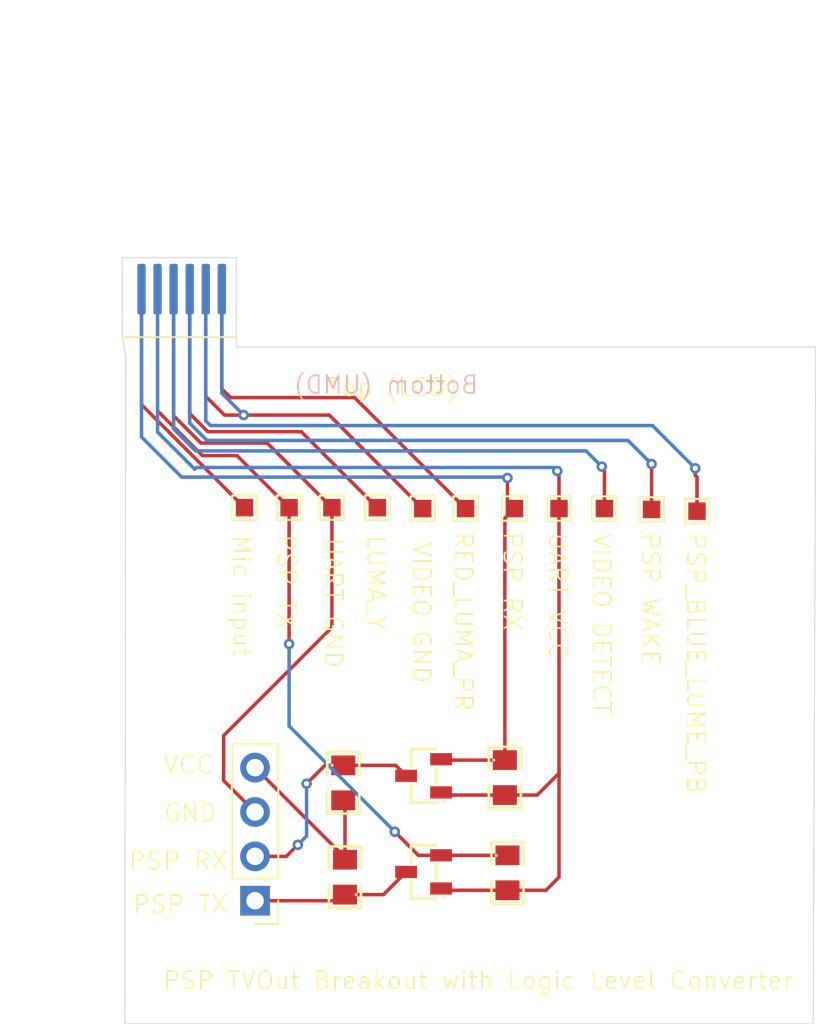
<source format=kicad_pcb>
(kicad_pcb (version 20240108) (generator "pcbnew") (generator_version "8.0")
  (layers (0 "F.Cu" signal) (31 "B.Cu" signal) (34 "B.Paste" user) (35 "F.Paste" user) (36 "B.SilkS" user "B.Silkscreen") (37 "F.SilkS" user "F.Silkscreen") (38 "B.Mask" user) (39 "F.Mask" user) (44 "Edge.Cuts" user))
  (net 0 "")
  (net 1 "/PSPRX")
  (net 2 "/PSP_UART_VCC")
  (net 3 "/PSPTX")
  (net 4 "/PSP_BLUE_LUME_PB")
  (net 5 "/PSP_WAKE")
  (net 6 "/GND")
  (net 7 "/PSP_VIDEO_DETECT")
  (net 8 "/LUMA_Y")
  (net 9 "/RED_LUMA_PR")
  (net 10 "/PSPMICIN")
  (net 11 "/UART_GND")
  (net 12 "/OUT_UART_VCC")
  (net 13 "/OUT_PSPTX")
  (net 14 "/OUT_PSPRX")
  (footprint "jlcpcb:SOT-23-3_L2.9-W1.3-P1.90-LS2.4-BR" (layer "F.Cu") (at 176.95 97.05)
    (property "Reference" "U3" (hide yes))
    (property "Value" "BSS138_C7420339" (hide yes))
    (fp_line (start -0.726213 -1.526213) (end -0.726213 -0.49459) (stroke (width 0.1524)) (layer "F.SilkS"))
    (fp_line (start -0.726213 1.526213) (end -0.726213 0.49459) (stroke (width 0.1524)) (layer "F.SilkS"))
    (fp_line (start 0.726213 -1.526213) (end -0.726213 -1.526213) (stroke (width 0.1524)) (layer "F.SilkS"))
    (fp_line (start 0.726213 -0.455398) (end 0.726213 0.455398) (stroke (width 0.1524)) (layer "F.SilkS"))
    (fp_line (start 0.726213 1.526213) (end -0.726213 1.526213) (stroke (width 0.1524)) (layer "F.SilkS"))
    (fp_circle (center 1.2 1.450013) (end 1.229997 1.450013) (stroke (width 0.059995)) (fill none) (layer "F.SilkS"))
    (pad "1" smd rect (at 1 0.949962) (size 1.250013 0.7) (layers "F.Cu" "F.Paste" "F.Mask") (net 2 "/PSP_UART_VCC"))
    (pad "2" smd rect (at 1 -0.949962) (size 1.250013 0.7) (layers "F.Cu" "F.Paste" "F.Mask") (net 3 "/PSPTX"))
    (pad "3" smd rect (at -1 0) (size 1.250013 0.7) (layers "F.Cu" "F.Paste" "F.Mask") (net 13 "/OUT_PSPTX"))
  )
  (footprint "TestPoint:TestPoint_Pad_1.0x1.0mm" (layer "F.Cu") (at 176.9 76.25)
    (property "Reference" "TP5" (hide yes))
    (property "Value" "TestPoint")
    (fp_line (start -0.7 -0.7) (end 0.7 -0.7) (stroke (width 0.12)) (layer "F.SilkS"))
    (fp_line (start -0.7 0.7) (end -0.7 -0.7) (stroke (width 0.12)) (layer "F.SilkS"))
    (fp_line (start 0.7 -0.7) (end 0.7 0.7) (stroke (width 0.12)) (layer "F.SilkS"))
    (fp_line (start 0.7 0.7) (end -0.7 0.7) (stroke (width 0.12)) (layer "F.SilkS"))
    (pad "1" smd rect (at 0 0) (size 1 1) (layers "F.Cu" "F.Mask") (net 6 "/GND"))
  )
  (footprint "TestPoint:TestPoint_Pad_1.0x1.0mm" (layer "F.Cu") (at 187.3 76.25)
    (property "Reference" "TP9" (hide yes))
    (property "Value" "TestPoint")
    (fp_line (start -0.7 -0.7) (end 0.7 -0.7) (stroke (width 0.12)) (layer "F.SilkS"))
    (fp_line (start -0.7 0.7) (end -0.7 -0.7) (stroke (width 0.12)) (layer "F.SilkS"))
    (fp_line (start 0.7 -0.7) (end 0.7 0.7) (stroke (width 0.12)) (layer "F.SilkS"))
    (fp_line (start 0.7 0.7) (end -0.7 0.7) (stroke (width 0.12)) (layer "F.SilkS"))
    (pad "1" smd rect (at 0 0) (size 1 1) (layers "F.Cu" "F.Mask") (net 7 "/PSP_VIDEO_DETECT"))
  )
  (footprint "TestPoint:TestPoint_Pad_1.0x1.0mm" (layer "F.Cu") (at 192.6 76.4)
    (property "Reference" "TP11" (hide yes))
    (property "Value" "TestPoint")
    (fp_line (start -0.7 -0.7) (end 0.7 -0.7) (stroke (width 0.12)) (layer "F.SilkS"))
    (fp_line (start -0.7 0.7) (end -0.7 -0.7) (stroke (width 0.12)) (layer "F.SilkS"))
    (fp_line (start 0.7 -0.7) (end 0.7 0.7) (stroke (width 0.12)) (layer "F.SilkS"))
    (fp_line (start 0.7 0.7) (end -0.7 0.7) (stroke (width 0.12)) (layer "F.SilkS"))
    (pad "1" smd rect (at 0 0) (size 1 1) (layers "F.Cu" "F.Mask") (net 4 "/PSP_BLUE_LUME_PB"))
  )
  (footprint "jlcpcb:R0805" (layer "F.Cu") (at 181.75 97.1 -90)
    (property "Reference" "R3" (hide yes))
    (property "Value" "0805W8F1002T5E" (hide yes))
    (fp_line (start -1.761138 0.917094) (end -1.761138 -0.917094) (stroke (width 0.1524)) (layer "F.SilkS"))
    (fp_line (start -0.4762 0.917094) (end -1.761138 0.917094) (stroke (width 0.1524)) (layer "F.SilkS"))
    (fp_line (start 0.4762 0.917094) (end 1.761138 0.917094) (stroke (width 0.1524)) (layer "F.SilkS"))
    (fp_line (start 1.761138 0.917094) (end 1.761138 -0.917094) (stroke (width 0.1524)) (layer "F.SilkS"))
    (fp_line (start -1.761138 -0.917094) (end -0.4762 -0.917094) (stroke (width 0.1524)) (layer "F.SilkS"))
    (fp_line (start 1.761138 -0.917094) (end 0.4762 -0.917094) (stroke (width 0.1524)) (layer "F.SilkS"))
    (fp_circle (center -1 0.637541) (end -0.970028 0.637541) (stroke (width 0.059995)) (fill none) (layer "F.SilkS"))
    (pad "1" smd rect (at -1 0 270) (size 1.132537 1.377013) (layers "F.Cu" "F.Paste" "F.Mask") (net 3 "/PSPTX"))
    (pad "2" smd rect (at 1 0 270) (size 1.132537 1.377013) (layers "F.Cu" "F.Paste" "F.Mask") (net 2 "/PSP_UART_VCC"))
  )
  (footprint "Connector_PinHeader_2.54mm:PinHeader_1x04_P2.54mm_Vertical" (layer "F.Cu") (at 167.3 98.7 180)
    (property "Reference" "J1" (hide yes))
    (property "Value" "Conn_01x04_Pin" (hide yes))
    (fp_line (start 1.33 1.27) (end 1.33 8.95) (stroke (width 0.12)) (layer "F.SilkS"))
    (fp_line (start -1.33 8.95) (end 1.33 8.95) (stroke (width 0.12)) (layer "F.SilkS"))
    (fp_line (start -1.33 1.27) (end 1.33 1.27) (stroke (width 0.12)) (layer "F.SilkS"))
    (fp_line (start -1.33 1.27) (end -1.33 8.95) (stroke (width 0.12)) (layer "F.SilkS"))
    (fp_line (start -1.33 0) (end -1.33 -1.33) (stroke (width 0.12)) (layer "F.SilkS"))
    (fp_line (start -1.33 -1.33) (end 0 -1.33) (stroke (width 0.12)) (layer "F.SilkS"))
    (pad "1" thru_hole rect (at 0 0 180) (size 1.7 1.7) (drill 1) (layers "*.Cu" "*.Mask") (net 13 "/OUT_PSPTX"))
    (pad "2" thru_hole oval (at 0 2.54 180) (size 1.7 1.7) (drill 1) (layers "*.Cu" "*.Mask") (net 14 "/OUT_PSPRX"))
    (pad "3" thru_hole oval (at 0 5.08 180) (size 1.7 1.7) (drill 1) (layers "*.Cu" "*.Mask") (net 11 "/UART_GND"))
    (pad "4" thru_hole oval (at 0 7.62 180) (size 1.7 1.7) (drill 1) (layers "*.Cu" "*.Mask") (net 12 "/OUT_UART_VCC"))
  )
  (footprint "TestPoint:TestPoint_Pad_1.0x1.0mm" (layer "F.Cu") (at 184.7 76.25)
    (property "Reference" "TP8" (hide yes))
    (property "Value" "TestPoint")
    (fp_line (start -0.7 -0.7) (end 0.7 -0.7) (stroke (width 0.12)) (layer "F.SilkS"))
    (fp_line (start -0.7 0.7) (end -0.7 -0.7) (stroke (width 0.12)) (layer "F.SilkS"))
    (fp_line (start 0.7 -0.7) (end 0.7 0.7) (stroke (width 0.12)) (layer "F.SilkS"))
    (fp_line (start 0.7 0.7) (end -0.7 0.7) (stroke (width 0.12)) (layer "F.SilkS"))
    (pad "1" smd rect (at 0 0) (size 1 1) (layers "F.Cu" "F.Mask") (net 2 "/PSP_UART_VCC"))
  )
  (footprint "TestPoint:TestPoint_Pad_1.0x1.0mm" (layer "F.Cu") (at 166.7 76.2)
    (property "Reference" "TP1" (hide yes))
    (property "Value" "TestPoint")
    (fp_line (start -0.7 -0.7) (end 0.7 -0.7) (stroke (width 0.12)) (layer "F.SilkS"))
    (fp_line (start -0.7 0.7) (end -0.7 -0.7) (stroke (width 0.12)) (layer "F.SilkS"))
    (fp_line (start 0.7 -0.7) (end 0.7 0.7) (stroke (width 0.12)) (layer "F.SilkS"))
    (fp_line (start 0.7 0.7) (end -0.7 0.7) (stroke (width 0.12)) (layer "F.SilkS"))
    (pad "1" smd rect (at 0 0) (size 1 1) (layers "F.Cu" "F.Mask") (net 10 "/PSPMICIN"))
  )
  (footprint "jlcpcb:R0805" (layer "F.Cu") (at 172.45 97.35 90)
    (property "Reference" "R4" (hide yes))
    (property "Value" "0805W8F1002T5E" (hide yes))
    (fp_line (start 1.761138 -0.917094) (end 0.4762 -0.917094) (stroke (width 0.1524)) (layer "F.SilkS"))
    (fp_line (start -1.761138 -0.917094) (end -0.4762 -0.917094) (stroke (width 0.1524)) (layer "F.SilkS"))
    (fp_line (start 1.761138 0.917094) (end 1.761138 -0.917094) (stroke (width 0.1524)) (layer "F.SilkS"))
    (fp_line (start 0.4762 0.917094) (end 1.761138 0.917094) (stroke (width 0.1524)) (layer "F.SilkS"))
    (fp_line (start -0.4762 0.917094) (end -1.761138 0.917094) (stroke (width 0.1524)) (layer "F.SilkS"))
    (fp_line (start -1.761138 0.917094) (end -1.761138 -0.917094) (stroke (width 0.1524)) (layer "F.SilkS"))
    (fp_circle (center -1 0.637541) (end -0.970028 0.637541) (stroke (width 0.059995)) (fill none) (layer "F.SilkS"))
    (pad "1" smd rect (at -1 0 90) (size 1.132537 1.377013) (layers "F.Cu" "F.Paste" "F.Mask") (net 13 "/OUT_PSPTX"))
    (pad "2" smd rect (at 1 0 90) (size 1.132537 1.377013) (layers "F.Cu" "F.Paste" "F.Mask") (net 12 "/OUT_UART_VCC"))
  )
  (footprint "jlcpcb:R0805" (layer "F.Cu") (at 181.6 91.65 -90)
    (property "Reference" "R1" (hide yes))
    (property "Value" "0805W8F1002T5E" (hide yes))
    (fp_line (start -1.761138 0.917094) (end -1.761138 -0.917094) (stroke (width 0.1524)) (layer "F.SilkS"))
    (fp_line (start -0.4762 0.917094) (end -1.761138 0.917094) (stroke (width 0.1524)) (layer "F.SilkS"))
    (fp_line (start 0.4762 0.917094) (end 1.761138 0.917094) (stroke (width 0.1524)) (layer "F.SilkS"))
    (fp_line (start 1.761138 0.917094) (end 1.761138 -0.917094) (stroke (width 0.1524)) (layer "F.SilkS"))
    (fp_line (start -1.761138 -0.917094) (end -0.4762 -0.917094) (stroke (width 0.1524)) (layer "F.SilkS"))
    (fp_line (start 1.761138 -0.917094) (end 0.4762 -0.917094) (stroke (width 0.1524)) (layer "F.SilkS"))
    (fp_circle (center -1 0.637541) (end -0.970028 0.637541) (stroke (width 0.059995)) (fill none) (layer "F.SilkS"))
    (pad "1" smd rect (at -1 0 270) (size 1.132537 1.377013) (layers "F.Cu" "F.Paste" "F.Mask") (net 1 "/PSPRX"))
    (pad "2" smd rect (at 1 0 270) (size 1.132537 1.377013) (layers "F.Cu" "F.Paste" "F.Mask") (net 2 "/PSP_UART_VCC"))
  )
  (footprint "psp:TVOut Cable" (layer "F.Cu") (at 168.8255 70.9875)
    (property "Reference" "U1" (hide yes))
    (property "Value" "~" (hide yes))
    (fp_line (start -2.7 -4.55) (end -9 -4.55) (stroke (width 0.1)) (layer "F.SilkS"))
    (fp_line (start -9.125 -9.1) (end -9.125 -4.6) (stroke (width 0.05)) (layer "Edge.Cuts"))
    (fp_line (start -2.6 -9.1) (end -9.125 -9.1) (stroke (width 0.05)) (layer "Edge.Cuts"))
    (fp_line (start -2.6 -4.6) (end -2.6 -9.1) (stroke (width 0.05)) (layer "Edge.Cuts"))
    (pad "1" smd roundrect (at -8.025 -7.3 180) (size 0.47 2.9) (layers "F.Cu" "F.Paste" "F.Mask") (net 10 "/PSPMICIN"))
    (pad "2" smd roundrect (at -7.105 -7.3 180) (size 0.47 2.9) (layers "F.Cu" "F.Paste" "F.Mask") (net 3 "/PSPTX"))
    (pad "3" smd roundrect (at -6.185 -7.3 180) (size 0.47 2.9) (layers "F.Cu" "F.Paste" "F.Mask") (net 11 "/UART_GND"))
    (pad "4" smd roundrect (at -5.265 -7.3 180) (size 0.47 2.9) (layers "F.Cu" "F.Paste" "F.Mask") (net 8 "/LUMA_Y"))
    (pad "5" smd roundrect (at -4.345 -7.3 180) (size 0.47 2.9) (layers "F.Cu" "F.Paste" "F.Mask") (net 6 "/GND"))
    (pad "6" smd roundrect (at -3.425 -7.3 180) (size 0.47 2.9) (layers "F.Cu" "F.Paste" "F.Mask") (net 9 "/RED_LUMA_PR"))
    (pad "7" smd roundrect (at -8.025 -7.3 180) (size 0.47 2.9) (layers "B.Cu" "B.Paste" "B.Mask") (net 1 "/PSPRX"))
    (pad "8" smd roundrect (at -7.105 -7.3 180) (size 0.47 2.9) (layers "B.Cu" "B.Paste" "B.Mask") (net 2 "/PSP_UART_VCC"))
    (pad "9" smd roundrect (at -6.185 -7.3 180) (size 0.47 2.9) (layers "B.Cu" "B.Paste" "B.Mask") (net 7 "/PSP_VIDEO_DETECT"))
    (pad "10" smd roundrect (at -5.265 -7.3 180) (size 0.47 2.9) (layers "B.Cu" "B.Paste" "B.Mask") (net 5 "/PSP_WAKE"))
    (pad "11" smd roundrect (at -4.345 -7.3 180) (size 0.47 2.9) (layers "B.Cu" "B.Paste" "B.Mask") (net 4 "/PSP_BLUE_LUME_PB"))
    (pad "12" smd roundrect (at -3.425 -7.3 180) (size 0.47 2.9) (layers "B.Cu" "B.Paste" "B.Mask") (net 6 "/GND"))
  )
  (footprint "jlcpcb:R0805" (layer "F.Cu") (at 172.35 91.95 -90)
    (property "Reference" "R2" (hide yes))
    (property "Value" "0805W8F1002T5E" (hide yes))
    (fp_line (start -1.761138 0.917094) (end -1.761138 -0.917094) (stroke (width 0.1524)) (layer "F.SilkS"))
    (fp_line (start -0.4762 0.917094) (end -1.761138 0.917094) (stroke (width 0.1524)) (layer "F.SilkS"))
    (fp_line (start 0.4762 0.917094) (end 1.761138 0.917094) (stroke (width 0.1524)) (layer "F.SilkS"))
    (fp_line (start 1.761138 0.917094) (end 1.761138 -0.917094) (stroke (width 0.1524)) (layer "F.SilkS"))
    (fp_line (start -1.761138 -0.917094) (end -0.4762 -0.917094) (stroke (width 0.1524)) (layer "F.SilkS"))
    (fp_line (start 1.761138 -0.917094) (end 0.4762 -0.917094) (stroke (width 0.1524)) (layer "F.SilkS"))
    (fp_circle (center -1 0.637541) (end -0.970028 0.637541) (stroke (width 0.059995)) (fill none) (layer "F.SilkS"))
    (pad "1" smd rect (at -1 0 270) (size 1.132537 1.377013) (layers "F.Cu" "F.Paste" "F.Mask") (net 14 "/OUT_PSPRX"))
    (pad "2" smd rect (at 1 0 270) (size 1.132537 1.377013) (layers "F.Cu" "F.Paste" "F.Mask") (net 12 "/OUT_UART_VCC"))
  )
  (footprint "TestPoint:TestPoint_Pad_1.0x1.0mm" (layer "F.Cu") (at 179.35 76.25)
    (property "Reference" "TP6" (hide yes))
    (property "Value" "TestPoint")
    (fp_line (start -0.7 -0.7) (end 0.7 -0.7) (stroke (width 0.12)) (layer "F.SilkS"))
    (fp_line (start -0.7 0.7) (end -0.7 -0.7) (stroke (width 0.12)) (layer "F.SilkS"))
    (fp_line (start 0.7 -0.7) (end 0.7 0.7) (stroke (width 0.12)) (layer "F.SilkS"))
    (fp_line (start 0.7 0.7) (end -0.7 0.7) (stroke (width 0.12)) (layer "F.SilkS"))
    (pad "1" smd rect (at 0 0) (size 1 1) (layers "F.Cu" "F.Mask") (net 9 "/RED_LUMA_PR"))
  )
  (footprint "TestPoint:TestPoint_Pad_1.0x1.0mm" (layer "F.Cu") (at 169.25 76.2)
    (property "Reference" "TP2" (hide yes))
    (property "Value" "TestPoint")
    (fp_line (start -0.7 -0.7) (end 0.7 -0.7) (stroke (width 0.12)) (layer "F.SilkS"))
    (fp_line (start -0.7 0.7) (end -0.7 -0.7) (stroke (width 0.12)) (layer "F.SilkS"))
    (fp_line (start 0.7 -0.7) (end 0.7 0.7) (stroke (width 0.12)) (layer "F.SilkS"))
    (fp_line (start 0.7 0.7) (end -0.7 0.7) (stroke (width 0.12)) (layer "F.SilkS"))
    (pad "1" smd rect (at 0 0) (size 1 1) (layers "F.Cu" "F.Mask") (net 3 "/PSPTX"))
  )
  (footprint "TestPoint:TestPoint_Pad_1.0x1.0mm" (layer "F.Cu") (at 171.7 76.2)
    (property "Reference" "TP3" (hide yes))
    (property "Value" "TestPoint")
    (fp_line (start -0.7 -0.7) (end 0.7 -0.7) (stroke (width 0.12)) (layer "F.SilkS"))
    (fp_line (start -0.7 0.7) (end -0.7 -0.7) (stroke (width 0.12)) (layer "F.SilkS"))
    (fp_line (start 0.7 -0.7) (end 0.7 0.7) (stroke (width 0.12)) (layer "F.SilkS"))
    (fp_line (start 0.7 0.7) (end -0.7 0.7) (stroke (width 0.12)) (layer "F.SilkS"))
    (pad "1" smd rect (at 0 0) (size 1 1) (layers "F.Cu" "F.Mask") (net 11 "/UART_GND"))
  )
  (footprint "TestPoint:TestPoint_Pad_1.0x1.0mm" (layer "F.Cu") (at 174.3 76.2)
    (property "Reference" "TP4" (hide yes))
    (property "Value" "TestPoint")
    (fp_line (start -0.7 -0.7) (end 0.7 -0.7) (stroke (width 0.12)) (layer "F.SilkS"))
    (fp_line (start -0.7 0.7) (end -0.7 -0.7) (stroke (width 0.12)) (layer "F.SilkS"))
    (fp_line (start 0.7 -0.7) (end 0.7 0.7) (stroke (width 0.12)) (layer "F.SilkS"))
    (fp_line (start 0.7 0.7) (end -0.7 0.7) (stroke (width 0.12)) (layer "F.SilkS"))
    (pad "1" smd rect (at 0 0) (size 1 1) (layers "F.Cu" "F.Mask") (net 8 "/LUMA_Y"))
  )
  (footprint "jlcpcb:SOT-23-3_L2.9-W1.3-P1.90-LS2.4-BR" (layer "F.Cu") (at 176.95 91.549962)
    (property "Reference" "U2" (hide yes))
    (property "Value" "BSS138_C7420339" (hide yes))
    (fp_line (start -0.726213 -1.526213) (end -0.726213 -0.49459) (stroke (width 0.1524)) (layer "F.SilkS"))
    (fp_line (start -0.726213 1.526213) (end -0.726213 0.49459) (stroke (width 0.1524)) (layer "F.SilkS"))
    (fp_line (start 0.726213 -1.526213) (end -0.726213 -1.526213) (stroke (width 0.1524)) (layer "F.SilkS"))
    (fp_line (start 0.726213 -0.455398) (end 0.726213 0.455398) (stroke (width 0.1524)) (layer "F.SilkS"))
    (fp_line (start 0.726213 1.526213) (end -0.726213 1.526213) (stroke (width 0.1524)) (layer "F.SilkS"))
    (fp_circle (center 1.2 1.450013) (end 1.229997 1.450013) (stroke (width 0.059995)) (fill none) (layer "F.SilkS"))
    (pad "1" smd rect (at 1 0.949962) (size 1.250013 0.7) (layers "F.Cu" "F.Paste" "F.Mask") (net 2 "/PSP_UART_VCC"))
    (pad "2" smd rect (at 1 -0.949962) (size 1.250013 0.7) (layers "F.Cu" "F.Paste" "F.Mask") (net 1 "/PSPRX"))
    (pad "3" smd rect (at -1 0) (size 1.250013 0.7) (layers "F.Cu" "F.Paste" "F.Mask") (net 14 "/OUT_PSPRX"))
  )
  (footprint "TestPoint:TestPoint_Pad_1.0x1.0mm" (layer "F.Cu") (at 182.15 76.25)
    (property "Reference" "TP7" (hide yes))
    (property "Value" "TestPoint")
    (fp_line (start -0.7 -0.7) (end 0.7 -0.7) (stroke (width 0.12)) (layer "F.SilkS"))
    (fp_line (start -0.7 0.7) (end -0.7 -0.7) (stroke (width 0.12)) (layer "F.SilkS"))
    (fp_line (start 0.7 -0.7) (end 0.7 0.7) (stroke (width 0.12)) (layer "F.SilkS"))
    (fp_line (start 0.7 0.7) (end -0.7 0.7) (stroke (width 0.12)) (layer "F.SilkS"))
    (pad "1" smd rect (at 0 0) (size 1 1) (layers "F.Cu" "F.Mask") (net 1 "/PSPRX"))
  )
  (footprint "TestPoint:TestPoint_Pad_1.0x1.0mm" (layer "F.Cu") (at 190 76.3)
    (property "Reference" "TP10" (hide yes))
    (property "Value" "TestPoint")
    (fp_line (start -0.7 -0.7) (end 0.7 -0.7) (stroke (width 0.12)) (layer "F.SilkS"))
    (fp_line (start -0.7 0.7) (end -0.7 -0.7) (stroke (width 0.12)) (layer "F.SilkS"))
    (fp_line (start 0.7 -0.7) (end 0.7 0.7) (stroke (width 0.12)) (layer "F.SilkS"))
    (fp_line (start 0.7 0.7) (end -0.7 0.7) (stroke (width 0.12)) (layer "F.SilkS"))
    (pad "1" smd rect (at 0 0) (size 1 1) (layers "F.Cu" "F.Mask") (net 5 "/PSP_WAKE"))
  )
  (gr_line (start 166.225 67) (end 199.4 67) (stroke (width 0.05)) (layer "Edge.Cuts"))
  (gr_line (start 159.9 67.6) (end 159.849962 105.75) (stroke (width 0.05)) (layer "Edge.Cuts"))
  (gr_line (start 166.2255 66.3875) (end 166.225 67) (stroke (width 0.05)) (layer "Edge.Cuts"))
  (gr_line (start 199.25 105.75) (end 159.849962 105.75) (stroke (width 0.05)) (layer "Edge.Cuts"))
  (gr_line (start 199.4 67) (end 199.25 105.75) (stroke (width 0.05)) (layer "Edge.Cuts"))
  (gr_line (start 159.7005 66.3875) (end 159.9 67.6) (stroke (width 0.05)) (layer "Edge.Cuts"))
  (gr_text "Bottom (UMD)" (at 180.15 69.75 0) (layer "B.SilkS") (effects (font (size 1 1) (thickness 0.1)) (justify left bottom mirror)))
  (gr_text "PSP TVOut Breakout with Logic Level Converter" (at 161.95 103.85 0) (layer "F.SilkS") (effects (font (size 1 1) (thickness 0.1)) (justify left bottom)))
  (gr_text "PSP RX" (at 181.45 77.5 -90) (layer "F.SilkS") (effects (font (size 1 1) (thickness 0.1)) (justify left bottom)))
  (gr_text "VCC" (at 162 91.5 0) (layer "F.SilkS") (effects (font (size 1 1) (thickness 0.1)) (justify left bottom)))
  (gr_text "VIDEO DETECT" (at 186.55 77.6 -90) (layer "F.SilkS") (effects (font (size 1 1) (thickness 0.1)) (justify left bottom)))
  (gr_text "UART GND" (at 171.2 77.85 270) (layer "F.SilkS") (effects (font (size 1 1) (thickness 0.1)) (justify left bottom)))
  (gr_text "PSP_BLUE_LUME_PB" (at 191.95 77.6 -90) (layer "F.SilkS") (effects (font (size 1 1) (thickness 0.1)) (justify left bottom)))
  (gr_text "Top (LCD)" (at 171.4 69.9 0) (layer "F.SilkS") (effects (font (size 1 1) (thickness 0.1)) (justify left bottom)))
  (gr_text "RED_LUMA_PR" (at 178.65 77.5 -90) (layer "F.SilkS") (effects (font (size 1 1) (thickness 0.1)) (justify left bottom)))
  (gr_text "LUMA_Y" (at 173.65 77.7 -90) (layer "F.SilkS") (effects (font (size 1 1) (thickness 0.1)) (justify left bottom)))
  (gr_text "PSP RX" (at 160 97 0) (layer "F.SilkS") (effects (font (size 1 1) (thickness 0.1)) (justify left bottom)))
  (gr_text "VIDEO GND" (at 176.25 78.1 270) (layer "F.SilkS") (effects (font (size 1 1) (thickness 0.1)) (justify left bottom)))
  (gr_text "PSP WAKE" (at 189.35 77.55 -90) (layer "F.SilkS") (effects (font (size 1 1) (thickness 0.1)) (justify left bottom)))
  (gr_text "GND" (at 162 94.25 0) (layer "F.SilkS") (effects (font (size 1 1) (thickness 0.1)) (justify left bottom)))
  (gr_text "Mic input" (at 165.95 77.7 -90) (layer "F.SilkS") (effects (font (size 1 1) (thickness 0.1)) (justify left bottom)))
  (gr_text "UART VCC" (at 184.05 77.55 -90) (layer "F.SilkS") (effects (font (size 1 1) (thickness 0.1)) (justify left bottom)))
  (gr_text "PSP TX" (at 160.25 99.5 0) (layer "F.SilkS") (effects (font (size 1 1) (thickness 0.1)) (justify left bottom)))
  (gr_text "PSP TX" (at 168.5 77.65 -90) (layer "F.SilkS") (effects (font (size 1 1) (thickness 0.1)) (justify left bottom)))
  (segment (start 181.6 90.65) (end 178 90.65) (width 0.2) (layer "F.Cu") (net 1))
  (segment (start 181.75 75.85) (end 182.15 76.25) (width 0.2) (layer "F.Cu") (net 1))
  (segment (start 181.6 76.8) (end 182.15 76.25) (width 0.2) (layer "F.Cu") (net 1))
  (segment (start 178 90.65) (end 177.95 90.6) (width 0.2) (layer "F.Cu") (net 1))
  (segment (start 181.6 90.65) (end 181.6 76.8) (width 0.2) (layer "F.Cu") (net 1))
  (segment (start 181.75 74.5) (end 181.75 75.85) (width 0.2) (layer "F.Cu") (net 1))
  (via (at 181.75 74.5) (size 0.6) (drill 0.3) (layers "F.Cu" "B.Cu") (net 1))
  (segment (start 160.8 72.15) (end 163.1 74.45) (width 0.2) (layer "B.Cu") (net 1))
  (segment (start 160.8005 65.137499) (end 160.8 65.137999) (width 0.2) (layer "B.Cu") (net 1))
  (segment (start 160.8 65.137999) (end 160.8 71.75) (width 0.2) (layer "B.Cu") (net 1))
  (segment (start 181.7 74.45) (end 181.75 74.5) (width 0.2) (layer "B.Cu") (net 1))
  (segment (start 160.8005 63.6875) (end 160.8005 65.137499) (width 0.2) (layer "B.Cu") (net 1))
  (segment (start 163.1 74.45) (end 181.7 74.45) (width 0.2) (layer "B.Cu") (net 1))
  (segment (start 160.8 71.75) (end 160.8 72.15) (width 0.2) (layer "B.Cu") (net 1))
  (segment (start 181.75 98.1) (end 178.050038 98.1) (width 0.2) (layer "F.Cu") (net 2))
  (segment (start 183.95 98.1) (end 181.75 98.1) (width 0.2) (layer "F.Cu") (net 2))
  (segment (start 181.6 92.65) (end 183.45 92.65) (width 0.2) (layer "F.Cu") (net 2))
  (segment (start 178.100076 92.65) (end 177.95 92.499924) (width 0.2) (layer "F.Cu") (net 2))
  (segment (start 184.7 91.4) (end 184.7 91.1) (width 0.2) (layer "F.Cu") (net 2))
  (segment (start 183.45 92.65) (end 184.7 91.4) (width 0.2) (layer "F.Cu") (net 2))
  (segment (start 184.7 97.35) (end 183.95 98.1) (width 0.2) (layer "F.Cu") (net 2))
  (segment (start 181.6 92.65) (end 178.100076 92.65) (width 0.2) (layer "F.Cu") (net 2))
  (segment (start 178.050038 98.1) (end 177.95 97.999962) (width 0.2) (layer "F.Cu") (net 2))
  (segment (start 184.6 74.1) (end 184.7 74.2) (width 0.2) (layer "F.Cu") (net 2))
  (segment (start 184.7 91.1) (end 184.7 97.35) (width 0.2) (layer "F.Cu") (net 2))
  (segment (start 184.7 74.2) (end 184.7 76.25) (width 0.2) (layer "F.Cu") (net 2))
  (segment (start 184.7 91.1) (end 184.7 76.25) (width 0.2) (layer "F.Cu") (net 2))
  (via (at 184.6 74.1) (size 0.6) (drill 0.3) (layers "F.Cu" "B.Cu") (net 2))
  (segment (start 163.95 73.9) (end 184.4 73.9) (width 0.2) (layer "B.Cu") (net 2))
  (segment (start 161.7205 71.8705) (end 163.85 74) (width 0.2) (layer "B.Cu") (net 2))
  (segment (start 161.7205 63.6875) (end 161.7205 71.8705) (width 0.2) (layer "B.Cu") (net 2))
  (segment (start 184.4 73.9) (end 184.6 74.1) (width 0.2) (layer "B.Cu") (net 2))
  (segment (start 163.85 74) (end 163.95 73.9) (width 0.2) (layer "B.Cu") (net 2))
  (segment (start 169.25 84) (end 169.25 76.2) (width 0.2) (layer "F.Cu") (net 3))
  (segment (start 176.650038 96.100038) (end 175.3 94.75) (width 0.2) (layer "F.Cu") (net 3))
  (segment (start 161.7205 63.6875) (end 161.7205 70.654814) (width 0.2) (layer "F.Cu") (net 3))
  (segment (start 164.282843 73.217157) (end 166.267157 73.217157) (width 0.2) (layer "F.Cu") (net 3))
  (segment (start 181.75 96.1) (end 177.950038 96.1) (width 0.2) (layer "F.Cu") (net 3))
  (segment (start 161.7205 70.654814) (end 164.282843 73.217157) (width 0.2) (layer "F.Cu") (net 3))
  (segment (start 177.95 96.100038) (end 176.650038 96.100038) (width 0.2) (layer "F.Cu") (net 3))
  (segment (start 166.267157 73.217157) (end 169.25 76.2) (width 0.2) (layer "F.Cu") (net 3))
  (segment (start 177.950038 96.1) (end 177.95 96.100038) (width 0.2) (layer "F.Cu") (net 3))
  (via (at 169.25 84) (size 0.6) (drill 0.3) (layers "F.Cu" "B.Cu") (net 3))
  (via (at 175.3 94.75) (size 0.6) (drill 0.3) (layers "F.Cu" "B.Cu") (net 3))
  (segment (start 175.3 94.75) (end 169.25 88.7) (width 0.2) (layer "B.Cu") (net 3))
  (segment (start 169.25 88.7) (end 169.25 84) (width 0.2) (layer "B.Cu") (net 3))
  (segment (start 192.6 74.45) (end 192.6 76.4) (width 0.2) (layer "F.Cu") (net 4))
  (segment (start 192.5 73.95) (end 192.5 74.35) (width 0.2) (layer "F.Cu") (net 4))
  (segment (start 192.5 74.35) (end 192.6 74.45) (width 0.2) (layer "F.Cu") (net 4))
  (via (at 192.5 73.95) (size 0.6) (drill 0.3) (layers "F.Cu" "B.Cu") (net 4))
  (segment (start 164.4805 63.6875) (end 164.4805 71.2305) (width 0.2) (layer "B.Cu") (net 4))
  (segment (start 164.4805 71.2305) (end 164.75 71.5) (width 0.2) (layer "B.Cu") (net 4))
  (segment (start 164.75 71.5) (end 190.05 71.5) (width 0.2) (layer "B.Cu") (net 4))
  (segment (start 190.05 71.5) (end 192.5 73.95) (width 0.2) (layer "B.Cu") (net 4))
  (segment (start 190 73.7) (end 190 76.3) (width 0.2) (layer "F.Cu") (net 5))
  (via (at 190 73.7) (size 0.6) (drill 0.3) (layers "F.Cu" "B.Cu") (net 5))
  (segment (start 164.55 72.35) (end 188.65 72.35) (width 0.2) (layer "B.Cu") (net 5))
  (segment (start 163.5605 63.6875) (end 163.5605 71.3605) (width 0.2) (layer "B.Cu") (net 5))
  (segment (start 163.5605 71.3605) (end 164.55 72.35) (width 0.2) (layer "B.Cu") (net 5))
  (segment (start 188.65 72.35) (end 190 73.7) (width 0.2) (layer "B.Cu") (net 5))
  (segment (start 165.55 70.9) (end 166.65 70.9) (width 0.2) (layer "F.Cu") (net 6))
  (segment (start 166.65 70.9) (end 171.55 70.9) (width 0.2) (layer "F.Cu") (net 6))
  (segment (start 171.55 70.9) (end 176.9 76.25) (width 0.2) (layer "F.Cu") (net 6))
  (segment (start 164.4805 63.6875) (end 164.4805 69.8305) (width 0.2) (layer "F.Cu") (net 6))
  (segment (start 164.4805 69.8305) (end 165.55 70.9) (width 0.2) (layer "F.Cu") (net 6))
  (via (at 166.65 70.9) (size 0.6) (drill 0.3) (layers "F.Cu" "B.Cu") (net 6))
  (segment (start 165.4005 63.6875) (end 165.4005 69.6505) (width 0.2) (layer "B.Cu") (net 6))
  (segment (start 165.4005 69.6505) (end 166.65 70.9) (width 0.2) (layer "B.Cu") (net 6))
  (segment (start 187.3 74) (end 187.3 76.25) (width 0.2) (layer "F.Cu") (net 7))
  (segment (start 187.15 73.85) (end 187.3 74) (width 0.2) (layer "F.Cu") (net 7))
  (via (at 187.15 73.85) (size 0.6) (drill 0.3) (layers "F.Cu" "B.Cu") (net 7))
  (segment (start 186.25 72.95) (end 187.15 73.85) (width 0.2) (layer "B.Cu") (net 7))
  (segment (start 162.6405 63.6875) (end 162.6405 71.6905) (width 0.2) (layer "B.Cu") (net 7))
  (segment (start 162.6405 71.6905) (end 163.9 72.95) (width 0.2) (layer "B.Cu") (net 7))
  (segment (start 163.9 72.95) (end 186.25 72.95) (width 0.2) (layer "B.Cu") (net 7))
  (segment (start 163.5605 70.8105) (end 164.6 71.85) (width 0.2) (layer "F.Cu") (net 8))
  (segment (start 163.5605 63.6875) (end 163.5605 70.8105) (width 0.2) (layer "F.Cu") (net 8))
  (segment (start 164.6 71.85) (end 169.95 71.85) (width 0.2) (layer "F.Cu") (net 8))
  (segment (start 169.95 71.85) (end 174.3 76.2) (width 0.2) (layer "F.Cu") (net 8))
  (segment (start 165.4005 69.4005) (end 165.9 69.9) (width 0.2) (layer "F.Cu") (net 9))
  (segment (start 165.4005 63.6875) (end 165.4005 69.4005) (width 0.2) (layer "F.Cu") (net 9))
  (segment (start 173 69.9) (end 179.35 76.25) (width 0.2) (layer "F.Cu") (net 9))
  (segment (start 165.9 69.9) (end 173 69.9) (width 0.2) (layer "F.Cu") (net 9))
  (segment (start 160.8005 63.6875) (end 160.8005 70.3005) (width 0.2) (layer "F.Cu") (net 10))
  (segment (start 160.8005 70.3005) (end 166.7 76.2) (width 0.2) (layer "F.Cu") (net 10))
  (segment (start 165.5 89.25) (end 171.7 83.05) (width 0.2) (layer "F.Cu") (net 11))
  (segment (start 165.5 91.82) (end 165.5 89.25) (width 0.2) (layer "F.Cu") (net 11))
  (segment (start 162.6405 70.9405) (end 164.2 72.5) (width 0.2) (layer "F.Cu") (net 11))
  (segment (start 162.6405 63.6875) (end 162.6405 70.9405) (width 0.2) (layer "F.Cu") (net 11))
  (segment (start 167.3 93.62) (end 165.5 91.82) (width 0.2) (layer "F.Cu") (net 11))
  (segment (start 168 72.5) (end 171.7 76.2) (width 0.2) (layer "F.Cu") (net 11))
  (segment (start 171.7 83.05) (end 171.7 76.2) (width 0.2) (layer "F.Cu") (net 11))
  (segment (start 164.2 72.5) (end 168 72.5) (width 0.2) (layer "F.Cu") (net 11))
  (segment (start 172.45 93.05) (end 172.35 92.95) (width 0.2) (layer "F.Cu") (net 12))
  (segment (start 172.45 96.35) (end 172.45 93.05) (width 0.2) (layer "F.Cu") (net 12))
  (segment (start 167.3 91.08) (end 172.45 96.23) (width 0.2) (layer "F.Cu") (net 12))
  (segment (start 172.45 96.23) (end 172.45 96.35) (width 0.2) (layer "F.Cu") (net 12))
  (segment (start 174.65 98.35) (end 175.95 97.05) (width 0.2) (layer "F.Cu") (net 13))
  (segment (start 167.3 98.7) (end 172.1 98.7) (width 0.2) (layer "F.Cu") (net 13))
  (segment (start 172.45 98.35) (end 174.65 98.35) (width 0.2) (layer "F.Cu") (net 13))
  (segment (start 172.1 98.7) (end 172.45 98.35) (width 0.2) (layer "F.Cu") (net 13))
  (segment (start 175.350038 90.95) (end 175.95 91.549962) (width 0.2) (layer "F.Cu") (net 14))
  (segment (start 167.3 96.16) (end 169.09 96.16) (width 0.2) (layer "F.Cu") (net 14))
  (segment (start 170.25 92) (end 171.3 90.95) (width 0.2) (layer "F.Cu") (net 14))
  (segment (start 169.09 96.16) (end 169.75 95.5) (width 0.2) (layer "F.Cu") (net 14))
  (segment (start 172.35 90.95) (end 175.350038 90.95) (width 0.2) (layer "F.Cu") (net 14))
  (segment (start 171.3 90.95) (end 172.35 90.95) (width 0.2) (layer "F.Cu") (net 14))
  (via (at 169.75 95.5) (size 0.6) (drill 0.3) (layers "F.Cu" "B.Cu") (net 14))
  (via (at 170.25 92) (size 0.6) (drill 0.3) (layers "F.Cu" "B.Cu") (net 14))
  (segment (start 169.75 95.5) (end 170.25 95) (width 0.2) (layer "B.Cu") (net 14))
  (segment (start 170.25 95) (end 170.25 92) (width 0.2) (layer "B.Cu") (net 14))
)
</source>
